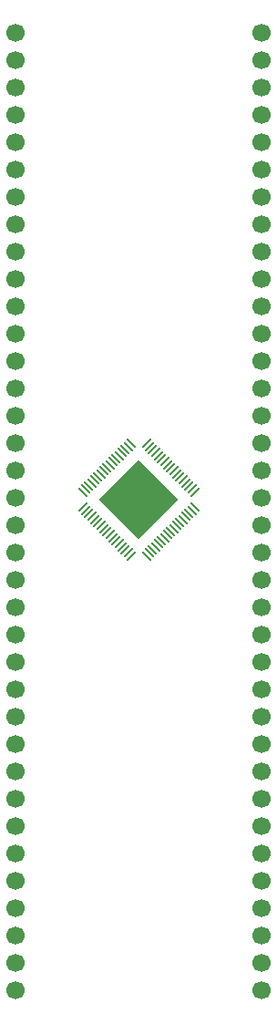
<source format=gts>
G04 #@! TF.GenerationSoftware,KiCad,Pcbnew,9.0.6*
G04 #@! TF.CreationDate,2026-01-02T14:08:44-06:00*
G04 #@! TF.ProjectId,QFN-68_8x8,51464e2d-3638-45f3-9878-382e6b696361,rev?*
G04 #@! TF.SameCoordinates,Original*
G04 #@! TF.FileFunction,Soldermask,Top*
G04 #@! TF.FilePolarity,Negative*
%FSLAX46Y46*%
G04 Gerber Fmt 4.6, Leading zero omitted, Abs format (unit mm)*
G04 Created by KiCad (PCBNEW 9.0.6) date 2026-01-02 14:08:44*
%MOMM*%
%LPD*%
G01*
G04 APERTURE LIST*
G04 Aperture macros list*
%AMRoundRect*
0 Rectangle with rounded corners*
0 $1 Rounding radius*
0 $2 $3 $4 $5 $6 $7 $8 $9 X,Y pos of 4 corners*
0 Add a 4 corners polygon primitive as box body*
4,1,4,$2,$3,$4,$5,$6,$7,$8,$9,$2,$3,0*
0 Add four circle primitives for the rounded corners*
1,1,$1+$1,$2,$3*
1,1,$1+$1,$4,$5*
1,1,$1+$1,$6,$7*
1,1,$1+$1,$8,$9*
0 Add four rect primitives between the rounded corners*
20,1,$1+$1,$2,$3,$4,$5,0*
20,1,$1+$1,$4,$5,$6,$7,0*
20,1,$1+$1,$6,$7,$8,$9,0*
20,1,$1+$1,$8,$9,$2,$3,0*%
%AMRotRect*
0 Rectangle, with rotation*
0 The origin of the aperture is its center*
0 $1 length*
0 $2 width*
0 $3 Rotation angle, in degrees counterclockwise*
0 Add horizontal line*
21,1,$1,$2,0,0,$3*%
G04 Aperture macros list end*
%ADD10RotRect,5.200000X5.200000X315.000000*%
%ADD11RoundRect,0.050000X-0.437522X-0.366812X-0.366812X-0.437522X0.437522X0.366812X0.366812X0.437522X0*%
%ADD12RoundRect,0.050000X-0.437522X0.366812X0.366812X-0.437522X0.437522X-0.366812X-0.366812X0.437522X0*%
%ADD13C,1.700000*%
G04 APERTURE END LIST*
D10*
X138430000Y-119534679D03*
D11*
X139131096Y-114308099D03*
X139413939Y-114590942D03*
X139696782Y-114873785D03*
X139979624Y-115156627D03*
X140262467Y-115439470D03*
X140545310Y-115722313D03*
X140828153Y-116005156D03*
X141110995Y-116287998D03*
X141393838Y-116570841D03*
X141676681Y-116853684D03*
X141959523Y-117136526D03*
X142242366Y-117419369D03*
X142525209Y-117702212D03*
X142808052Y-117985055D03*
X143090894Y-118267897D03*
X143373737Y-118550740D03*
X143656580Y-118833583D03*
D12*
X143656580Y-120235775D03*
X143373737Y-120518618D03*
X143090894Y-120801461D03*
X142808052Y-121084303D03*
X142525209Y-121367146D03*
X142242366Y-121649989D03*
X141959523Y-121932832D03*
X141676681Y-122215674D03*
X141393838Y-122498517D03*
X141110995Y-122781360D03*
X140828153Y-123064202D03*
X140545310Y-123347045D03*
X140262467Y-123629888D03*
X139979624Y-123912731D03*
X139696782Y-124195573D03*
X139413939Y-124478416D03*
X139131096Y-124761259D03*
D11*
X137728904Y-124761259D03*
X137446061Y-124478416D03*
X137163218Y-124195573D03*
X136880376Y-123912731D03*
X136597533Y-123629888D03*
X136314690Y-123347045D03*
X136031847Y-123064202D03*
X135749005Y-122781360D03*
X135466162Y-122498517D03*
X135183319Y-122215674D03*
X134900477Y-121932832D03*
X134617634Y-121649989D03*
X134334791Y-121367146D03*
X134051948Y-121084303D03*
X133769106Y-120801461D03*
X133486263Y-120518618D03*
X133203420Y-120235775D03*
D12*
X133203420Y-118833583D03*
X133486263Y-118550740D03*
X133769106Y-118267897D03*
X134051948Y-117985055D03*
X134334791Y-117702212D03*
X134617634Y-117419369D03*
X134900477Y-117136526D03*
X135183319Y-116853684D03*
X135466162Y-116570841D03*
X135749005Y-116287998D03*
X136031847Y-116005156D03*
X136314690Y-115722313D03*
X136597533Y-115439470D03*
X136880376Y-115156627D03*
X137163218Y-114873785D03*
X137446061Y-114590942D03*
X137728904Y-114308099D03*
D13*
X127000000Y-76200000D03*
X127000000Y-78740000D03*
X127000000Y-81280000D03*
X127000000Y-83820000D03*
X127000000Y-86360000D03*
X127000000Y-88900000D03*
X127000000Y-91440000D03*
X127000000Y-93980000D03*
X127000000Y-96520000D03*
X127000000Y-99060000D03*
X127000000Y-101600000D03*
X127000000Y-104140000D03*
X127000000Y-106680000D03*
X127000000Y-109220000D03*
X127000000Y-111760000D03*
X127000000Y-114300000D03*
X127000000Y-116840000D03*
X127000000Y-119380000D03*
X127000000Y-121920000D03*
X127000000Y-124460000D03*
X127000000Y-127000000D03*
X127000000Y-129540000D03*
X127000000Y-132080000D03*
X127000000Y-134620000D03*
X127000000Y-137160000D03*
X127000000Y-139700000D03*
X127000000Y-142240000D03*
X127000000Y-144780000D03*
X127000000Y-147320000D03*
X127000000Y-149860000D03*
X127000000Y-152400000D03*
X127000000Y-154940000D03*
X127000000Y-157480000D03*
X127000000Y-160020000D03*
X127000000Y-162560000D03*
X127000000Y-165100000D03*
X149860000Y-76200000D03*
X149860000Y-78740000D03*
X149860000Y-81280000D03*
X149860000Y-83820000D03*
X149860000Y-86360000D03*
X149860000Y-88900000D03*
X149860000Y-91440000D03*
X149860000Y-93980000D03*
X149860000Y-96520000D03*
X149860000Y-99060000D03*
X149860000Y-101600000D03*
X149860000Y-104140000D03*
X149860000Y-106680000D03*
X149860000Y-109220000D03*
X149860000Y-111760000D03*
X149860000Y-114300000D03*
X149860000Y-116840000D03*
X149860000Y-119380000D03*
X149860000Y-121920000D03*
X149860000Y-124460000D03*
X149860000Y-127000000D03*
X149860000Y-129540000D03*
X149860000Y-132080000D03*
X149860000Y-134620000D03*
X149860000Y-137160000D03*
X149860000Y-139700000D03*
X149860000Y-142240000D03*
X149860000Y-144780000D03*
X149860000Y-147320000D03*
X149860000Y-149860000D03*
X149860000Y-152400000D03*
X149860000Y-154940000D03*
X149860000Y-157480000D03*
X149860000Y-160020000D03*
X149860000Y-162560000D03*
X149860000Y-165100000D03*
M02*

</source>
